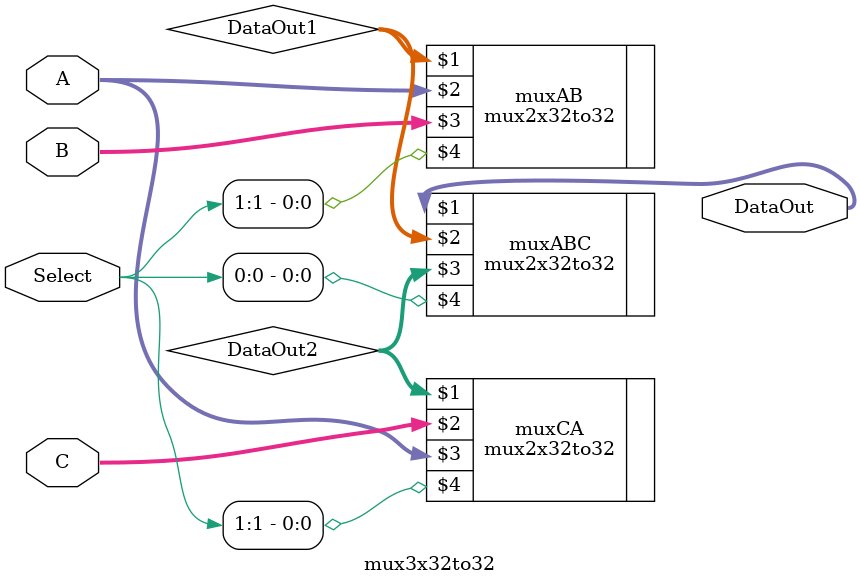
<source format=v>
`timescale 1 ps / 100 fs

module mux3x32to32(DataOut,A,B,C,Select);
output [31:0] DataOut;
input [1:0] Select;
input [31:0] A,B,C;
wire [31:0] DataOut1,DataOut2;

mux2x32to32 muxAB(DataOut1,A,B, Select[1]);
mux2x32to32 muxCA(DataOut2,C,A, Select[1]);
mux2x32to32 muxABC(DataOut,DataOut1,DataOut2, Select[0]);

endmodule
</source>
